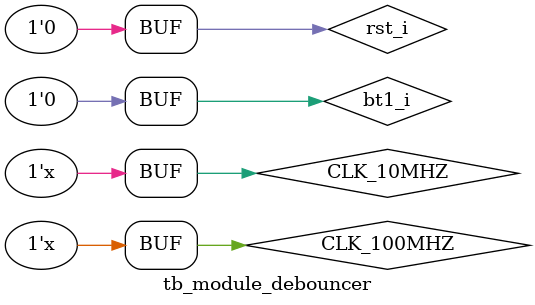
<source format=sv>
`timescale 1ns / 1ps


module tb_module_debouncer;
    logic           clk;
    logic           bt1_i;
    logic           rst_i;
    logic           signal_o;
    logic           CLK_100MHZ;
    logic           CLK_10MHZ;
    logic    [3:0]  cont2;
    
    
    initial begin
        CLK_100MHZ = 0;
        CLK_10MHZ  = 0;
        cont2      = 0; 
    end
    always begin
        #5 CLK_100MHZ = ~CLK_100MHZ;
        if(CLK_100MHZ == 1)begin
            cont2 = cont2 + 1;
        end
        if(cont2 == 4'b0101)begin
            CLK_10MHZ = ~CLK_10MHZ;
            cont2 = 0;
        end
    end
    
    top_module_debouncer debouncer(
    .clk                (CLK_10MHZ),
    .bt1_i              (bt1_i),
    .rst_i              (rst_i),
    .conta_o            (signal_o)
    );
    
    initial begin
        rst_i = 0;
        bt1_i = 0;
        #15;
        bt1_i = 1;
        #1;
        bt1_i = 0;
        #1;
        bt1_i = 1;
        #1;
        bt1_i = 0;
        #1;
        bt1_i = 1;
        #1;
        bt1_i = 0;
        #1;
        bt1_i = 1;
        #1;
        bt1_i = 0;
        #1;
        bt1_i = 1;
        #1;
        bt1_i = 0;
        #1;
        bt1_i = 1;
        #1;
        bt1_i = 0;
        #2;
        bt1_i = 1;
        #2;
        bt1_i = 0;
        #2;
        bt1_i = 1;
        #2;
        bt1_i = 0;
        #2;
        bt1_i = 1;
        #2;
        bt1_i = 0;
        #2;
        bt1_i = 1;
        #2;
        bt1_i = 0;
        #2;
        bt1_i = 1;
        #2;
        bt1_i = 0;
        #2;
        bt1_i = 1;
        #200;
        bt1_i = 0;
        #2;
        bt1_i = 1;
        #2;
        bt1_i = 0;
        #2;
        bt1_i = 1;
        #2;
        bt1_i = 0;
        #2;
        bt1_i = 1;
        #2;
        bt1_i = 0;
        #2;
        bt1_i = 1;
        #2;
        bt1_i = 0;
        #1;
        bt1_i = 1;
        #1;
        bt1_i = 0;
        #1;
        bt1_i = 1;
        #1;
        bt1_i = 0;
        #1;
        bt1_i = 1;
        #1;
        bt1_i = 0;
        #1;
        bt1_i = 1;
        #1;
        bt1_i = 0;
        #1;
        bt1_i = 1;
        #1;
        bt1_i = 0;
        #1;
        bt1_i = 1;
        #1;
        bt1_i = 0;
        #1;
        bt1_i = 1;
        #1;
        bt1_i = 0;
        #1;
        bt1_i = 1;
        #1;
        bt1_i = 0;
        #300;
        bt1_i = 1;
        #1;
        bt1_i = 0;
        #1;
        bt1_i = 1;
        #1;
        bt1_i = 0;
        #1;
        bt1_i = 1;
        #1;
        bt1_i = 0;
        #1;
        bt1_i = 1;
        #1;
        bt1_i = 0;
        #1;
        bt1_i = 1;
        #1;
        bt1_i = 0;
        #1;
        bt1_i = 1;
        #1;
        bt1_i = 0;
        #2;
        bt1_i = 1;
        #2;
        bt1_i = 0;
        #2;
        bt1_i = 1;
        #2;
        bt1_i = 0;
        #2;
        bt1_i = 1;
        #2;
        bt1_i = 0;
        #2;
        bt1_i = 1;
        #2;
        bt1_i = 0;
        #2;
        bt1_i = 1;
        #2;
        bt1_i = 0;
        #2;
        bt1_i = 1;
        #200;
        bt1_i = 0;
        #2;
        bt1_i = 1;
        #2;
        bt1_i = 0;
        #2;
        bt1_i = 1;
        #2;
        bt1_i = 0;
        #2;
        bt1_i = 1;
        #2;
        bt1_i = 0;
        #2;
        bt1_i = 1;
        #2;
        bt1_i = 0;
        #1;
        bt1_i = 1;
        #1;
        bt1_i = 0;
        #1;
        bt1_i = 1;
        #1;
        bt1_i = 0;
        #1;
        bt1_i = 1;
        #1;
        bt1_i = 0;
        #1;
        bt1_i = 1;
        #1;
        bt1_i = 0;
        #1;
        bt1_i = 1;
        #1;
        bt1_i = 0;
        #1;
        bt1_i = 1;
        #1;
        bt1_i = 0;
        #1;
        bt1_i = 1;
        #1;
        bt1_i = 0;
        #1;
        bt1_i = 1;
        #1;
        bt1_i = 0;
    
    end

endmodule

</source>
